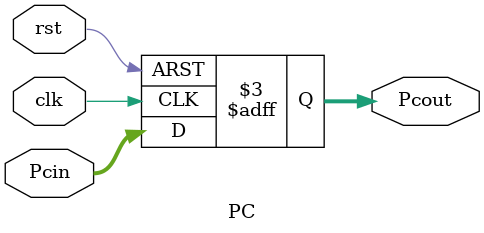
<source format=sv>
`timescale 1ns/1ns
module PC(input [31:0] Pcin, input clk, rst, output logic[31:0] Pcout);
  initial Pcout = 32'b0;
  always @(posedge clk, posedge rst) begin
    if (rst) Pcout <= 32'b0;
    else Pcout <= Pcin;
    $display("PC is now: %d ", Pcout);
  end
endmodule
</source>
